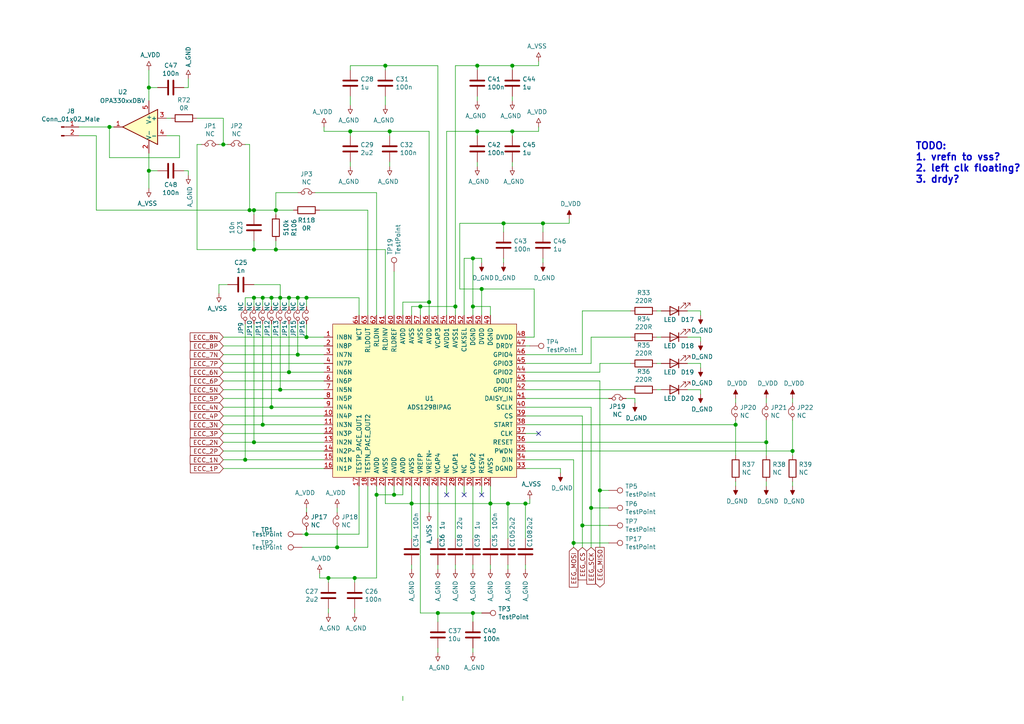
<source format=kicad_sch>
(kicad_sch (version 20210621) (generator eeschema)
  (paper "A4")
  (title_block (title "EEG analog to digital conversion") (rev "1.0") (company "MIT License"))
  (junction (at 31.75 36.83) (diameter 1.016))
  (junction (at 43.18 25.4) (diameter 1.016))
  (junction (at 43.18 49.53) (diameter 1.016))
  (junction (at 64.77 41.91) (diameter 1.016))
  (junction (at 71.12 133.35) (diameter 1.016))
  (junction (at 72.39 60.96) (diameter 1.016))
  (junction (at 73.66 60.96) (diameter 1.016))
  (junction (at 73.66 72.39) (diameter 1.016))
  (junction (at 73.66 86.36) (diameter 1.016))
  (junction (at 73.66 128.27) (diameter 1.016))
  (junction (at 76.2 86.36) (diameter 1.016))
  (junction (at 76.2 123.19) (diameter 1.016))
  (junction (at 78.74 86.36) (diameter 1.016))
  (junction (at 78.74 118.11) (diameter 1.016))
  (junction (at 80.01 60.96) (diameter 1.016))
  (junction (at 80.01 72.39) (diameter 1.016))
  (junction (at 81.28 86.36) (diameter 1.016))
  (junction (at 81.28 113.03) (diameter 1.016))
  (junction (at 83.82 86.36) (diameter 1.016))
  (junction (at 83.82 107.95) (diameter 1.016))
  (junction (at 86.36 86.36) (diameter 1.016))
  (junction (at 86.36 102.87) (diameter 1.016))
  (junction (at 88.9 86.36) (diameter 1.016))
  (junction (at 88.9 97.79) (diameter 1.016))
  (junction (at 88.9 154.94) (diameter 1.016))
  (junction (at 95.25 167.64) (diameter 1.016))
  (junction (at 97.79 158.75) (diameter 1.016))
  (junction (at 101.6 38.1) (diameter 1.016))
  (junction (at 102.87 167.64) (diameter 1.016))
  (junction (at 109.22 143.51) (diameter 1.016))
  (junction (at 111.76 19.05) (diameter 1.016))
  (junction (at 113.03 38.1) (diameter 1.016))
  (junction (at 114.3 143.51) (diameter 1.016))
  (junction (at 119.38 146.05) (diameter 1.016))
  (junction (at 121.92 88.9) (diameter 1.016))
  (junction (at 124.46 87.63) (diameter 1.016))
  (junction (at 127 177.8) (diameter 1.016))
  (junction (at 132.08 88.9) (diameter 1.016))
  (junction (at 137.16 74.93) (diameter 1.016))
  (junction (at 137.16 88.9) (diameter 1.016))
  (junction (at 137.16 177.8) (diameter 1.016))
  (junction (at 138.43 19.05) (diameter 1.016))
  (junction (at 138.43 38.1) (diameter 1.016))
  (junction (at 139.7 83.82) (diameter 1.016))
  (junction (at 142.24 146.05) (diameter 1.016))
  (junction (at 146.05 64.77) (diameter 1.016))
  (junction (at 147.32 146.05) (diameter 1.016))
  (junction (at 148.59 19.05) (diameter 1.016))
  (junction (at 148.59 38.1) (diameter 1.016))
  (junction (at 152.4 146.05) (diameter 1.016))
  (junction (at 157.48 64.77) (diameter 1.016))
  (junction (at 166.37 157.48) (diameter 1.016))
  (junction (at 168.91 152.4) (diameter 1.016))
  (junction (at 171.45 147.32) (diameter 1.016))
  (junction (at 173.99 142.24) (diameter 1.016))
  (junction (at 213.36 123.19) (diameter 1.016))
  (junction (at 222.25 128.27) (diameter 1.016))
  (junction (at 229.87 130.81) (diameter 1.016))
  (no_connect (at 129.54 143.51))
  (no_connect (at 134.62 143.51))
  (no_connect (at 139.7 143.51))
  (no_connect (at 156.21 125.73))
  (wire (pts (xy 22.86 39.37) (xy 27.94 39.37)))
  (wire (pts (xy 27.94 39.37) (xy 27.94 60.96)))
  (wire (pts (xy 27.94 60.96) (xy 72.39 60.96)))
  (wire (pts (xy 31.75 36.83) (xy 22.86 36.83)))
  (wire (pts (xy 31.75 36.83) (xy 33.02 36.83)))
  (wire (pts (xy 31.75 45.72) (xy 31.75 36.83)))
  (wire (pts (xy 43.18 25.4) (xy 43.18 20.32)))
  (wire (pts (xy 43.18 29.21) (xy 43.18 25.4)))
  (wire (pts (xy 43.18 49.53) (xy 43.18 44.45)))
  (wire (pts (xy 43.18 54.61) (xy 43.18 49.53)))
  (wire (pts (xy 45.72 25.4) (xy 43.18 25.4)))
  (wire (pts (xy 45.72 49.53) (xy 43.18 49.53)))
  (wire (pts (xy 48.26 34.29) (xy 49.53 34.29)))
  (wire (pts (xy 48.26 39.37) (xy 52.07 39.37)))
  (wire (pts (xy 52.07 39.37) (xy 52.07 45.72)))
  (wire (pts (xy 52.07 45.72) (xy 31.75 45.72)))
  (wire (pts (xy 53.34 25.4) (xy 54.61 25.4)))
  (wire (pts (xy 54.61 25.4) (xy 54.61 22.86)))
  (wire (pts (xy 54.61 49.53) (xy 53.34 49.53)))
  (wire (pts (xy 54.61 49.53) (xy 54.61 50.8)))
  (wire (pts (xy 57.15 34.29) (xy 64.77 34.29)))
  (wire (pts (xy 57.15 41.91) (xy 57.15 72.39)))
  (wire (pts (xy 57.15 72.39) (xy 73.66 72.39)))
  (wire (pts (xy 58.42 41.91) (xy 57.15 41.91)))
  (wire (pts (xy 63.5 41.91) (xy 64.77 41.91)))
  (wire (pts (xy 63.5 82.55) (xy 66.04 82.55)))
  (wire (pts (xy 63.5 85.09) (xy 63.5 82.55)))
  (wire (pts (xy 64.77 34.29) (xy 64.77 41.91)))
  (wire (pts (xy 64.77 41.91) (xy 66.04 41.91)))
  (wire (pts (xy 64.77 115.57) (xy 93.98 115.57)))
  (wire (pts (xy 71.12 41.91) (xy 72.39 41.91)))
  (wire (pts (xy 71.12 86.36) (xy 73.66 86.36)))
  (wire (pts (xy 71.12 88.9) (xy 71.12 86.36)))
  (wire (pts (xy 71.12 133.35) (xy 64.77 133.35)))
  (wire (pts (xy 71.12 133.35) (xy 71.12 93.98)))
  (wire (pts (xy 71.12 133.35) (xy 93.98 133.35)))
  (wire (pts (xy 72.39 41.91) (xy 72.39 60.96)))
  (wire (pts (xy 72.39 60.96) (xy 73.66 60.96)))
  (wire (pts (xy 73.66 60.96) (xy 80.01 60.96)))
  (wire (pts (xy 73.66 62.23) (xy 73.66 60.96)))
  (wire (pts (xy 73.66 69.85) (xy 73.66 72.39)))
  (wire (pts (xy 73.66 82.55) (xy 81.28 82.55)))
  (wire (pts (xy 73.66 86.36) (xy 76.2 86.36)))
  (wire (pts (xy 73.66 88.9) (xy 73.66 86.36)))
  (wire (pts (xy 73.66 128.27) (xy 64.77 128.27)))
  (wire (pts (xy 73.66 128.27) (xy 73.66 93.98)))
  (wire (pts (xy 73.66 128.27) (xy 93.98 128.27)))
  (wire (pts (xy 76.2 86.36) (xy 78.74 86.36)))
  (wire (pts (xy 76.2 88.9) (xy 76.2 86.36)))
  (wire (pts (xy 76.2 123.19) (xy 64.77 123.19)))
  (wire (pts (xy 76.2 123.19) (xy 76.2 93.98)))
  (wire (pts (xy 76.2 123.19) (xy 93.98 123.19)))
  (wire (pts (xy 78.74 86.36) (xy 81.28 86.36)))
  (wire (pts (xy 78.74 88.9) (xy 78.74 86.36)))
  (wire (pts (xy 78.74 118.11) (xy 64.77 118.11)))
  (wire (pts (xy 78.74 118.11) (xy 78.74 93.98)))
  (wire (pts (xy 78.74 118.11) (xy 93.98 118.11)))
  (wire (pts (xy 80.01 55.88) (xy 80.01 60.96)))
  (wire (pts (xy 80.01 60.96) (xy 85.09 60.96)))
  (wire (pts (xy 80.01 62.23) (xy 80.01 60.96)))
  (wire (pts (xy 80.01 69.85) (xy 80.01 72.39)))
  (wire (pts (xy 80.01 72.39) (xy 73.66 72.39)))
  (wire (pts (xy 81.28 82.55) (xy 81.28 86.36)))
  (wire (pts (xy 81.28 86.36) (xy 83.82 86.36)))
  (wire (pts (xy 81.28 88.9) (xy 81.28 86.36)))
  (wire (pts (xy 81.28 113.03) (xy 64.77 113.03)))
  (wire (pts (xy 81.28 113.03) (xy 81.28 93.98)))
  (wire (pts (xy 81.28 113.03) (xy 93.98 113.03)))
  (wire (pts (xy 83.82 86.36) (xy 86.36 86.36)))
  (wire (pts (xy 83.82 88.9) (xy 83.82 86.36)))
  (wire (pts (xy 83.82 107.95) (xy 64.77 107.95)))
  (wire (pts (xy 83.82 107.95) (xy 83.82 93.98)))
  (wire (pts (xy 83.82 107.95) (xy 93.98 107.95)))
  (wire (pts (xy 86.36 55.88) (xy 80.01 55.88)))
  (wire (pts (xy 86.36 86.36) (xy 88.9 86.36)))
  (wire (pts (xy 86.36 88.9) (xy 86.36 86.36)))
  (wire (pts (xy 86.36 102.87) (xy 64.77 102.87)))
  (wire (pts (xy 86.36 102.87) (xy 86.36 93.98)))
  (wire (pts (xy 86.36 102.87) (xy 93.98 102.87)))
  (wire (pts (xy 88.9 86.36) (xy 88.9 88.9)))
  (wire (pts (xy 88.9 86.36) (xy 104.14 86.36)))
  (wire (pts (xy 88.9 97.79) (xy 64.77 97.79)))
  (wire (pts (xy 88.9 97.79) (xy 88.9 93.98)))
  (wire (pts (xy 88.9 97.79) (xy 93.98 97.79)))
  (wire (pts (xy 88.9 147.32) (xy 88.9 148.59)))
  (wire (pts (xy 88.9 153.67) (xy 88.9 154.94)))
  (wire (pts (xy 88.9 154.94) (xy 87.63 154.94)))
  (wire (pts (xy 91.44 55.88) (xy 109.22 55.88)))
  (wire (pts (xy 92.71 60.96) (xy 106.68 60.96)))
  (wire (pts (xy 92.71 166.37) (xy 92.71 167.64)))
  (wire (pts (xy 92.71 167.64) (xy 95.25 167.64)))
  (wire (pts (xy 93.98 38.1) (xy 93.98 36.83)))
  (wire (pts (xy 93.98 38.1) (xy 101.6 38.1)))
  (wire (pts (xy 93.98 100.33) (xy 64.77 100.33)))
  (wire (pts (xy 93.98 105.41) (xy 64.77 105.41)))
  (wire (pts (xy 93.98 110.49) (xy 64.77 110.49)))
  (wire (pts (xy 93.98 120.65) (xy 64.77 120.65)))
  (wire (pts (xy 93.98 125.73) (xy 64.77 125.73)))
  (wire (pts (xy 93.98 130.81) (xy 64.77 130.81)))
  (wire (pts (xy 93.98 135.89) (xy 64.77 135.89)))
  (wire (pts (xy 95.25 167.64) (xy 102.87 167.64)))
  (wire (pts (xy 95.25 168.91) (xy 95.25 167.64)))
  (wire (pts (xy 95.25 177.8) (xy 95.25 176.53)))
  (wire (pts (xy 97.79 148.59) (xy 97.79 147.32)))
  (wire (pts (xy 97.79 153.67) (xy 97.79 158.75)))
  (wire (pts (xy 97.79 158.75) (xy 87.63 158.75)))
  (wire (pts (xy 101.6 19.05) (xy 101.6 20.32)))
  (wire (pts (xy 101.6 27.94) (xy 101.6 30.48)))
  (wire (pts (xy 101.6 38.1) (xy 113.03 38.1)))
  (wire (pts (xy 101.6 39.37) (xy 101.6 38.1)))
  (wire (pts (xy 101.6 48.26) (xy 101.6 46.99)))
  (wire (pts (xy 102.87 167.64) (xy 109.22 167.64)))
  (wire (pts (xy 102.87 168.91) (xy 102.87 167.64)))
  (wire (pts (xy 102.87 177.8) (xy 102.87 176.53)))
  (wire (pts (xy 104.14 86.36) (xy 104.14 91.44)))
  (wire (pts (xy 104.14 140.97) (xy 104.14 154.94)))
  (wire (pts (xy 104.14 154.94) (xy 88.9 154.94)))
  (wire (pts (xy 106.68 60.96) (xy 106.68 91.44)))
  (wire (pts (xy 106.68 140.97) (xy 106.68 158.75)))
  (wire (pts (xy 106.68 158.75) (xy 97.79 158.75)))
  (wire (pts (xy 109.22 55.88) (xy 109.22 91.44)))
  (wire (pts (xy 109.22 140.97) (xy 109.22 143.51)))
  (wire (pts (xy 109.22 143.51) (xy 109.22 167.64)))
  (wire (pts (xy 111.76 19.05) (xy 101.6 19.05)))
  (wire (pts (xy 111.76 20.32) (xy 111.76 19.05)))
  (wire (pts (xy 111.76 27.94) (xy 111.76 30.48)))
  (wire (pts (xy 111.76 72.39) (xy 80.01 72.39)))
  (wire (pts (xy 111.76 72.39) (xy 111.76 91.44)))
  (wire (pts (xy 111.76 140.97) (xy 111.76 146.05)))
  (wire (pts (xy 113.03 39.37) (xy 113.03 38.1)))
  (wire (pts (xy 113.03 48.26) (xy 113.03 46.99)))
  (wire (pts (xy 114.3 91.44) (xy 114.3 78.74)))
  (wire (pts (xy 114.3 140.97) (xy 114.3 143.51)))
  (wire (pts (xy 114.3 143.51) (xy 109.22 143.51)))
  (wire (pts (xy 114.3 143.51) (xy 116.84 143.51)))
  (wire (pts (xy 116.84 87.63) (xy 116.84 91.44)))
  (wire (pts (xy 116.84 140.97) (xy 116.84 143.51)))
  (wire (pts (xy 116.84 203.2) (xy 116.84 201.93)))
  (wire (pts (xy 116.84 219.71) (xy 116.84 215.9)))
  (wire (pts (xy 119.38 88.9) (xy 121.92 88.9)))
  (wire (pts (xy 119.38 91.44) (xy 119.38 88.9)))
  (wire (pts (xy 119.38 140.97) (xy 119.38 146.05)))
  (wire (pts (xy 119.38 146.05) (xy 111.76 146.05)))
  (wire (pts (xy 119.38 146.05) (xy 119.38 156.21)))
  (wire (pts (xy 119.38 146.05) (xy 142.24 146.05)))
  (wire (pts (xy 119.38 165.1) (xy 119.38 163.83)))
  (wire (pts (xy 121.92 88.9) (xy 121.92 91.44)))
  (wire (pts (xy 121.92 88.9) (xy 132.08 88.9)))
  (wire (pts (xy 121.92 140.97) (xy 121.92 177.8)))
  (wire (pts (xy 121.92 177.8) (xy 127 177.8)))
  (wire (pts (xy 124.46 38.1) (xy 113.03 38.1)))
  (wire (pts (xy 124.46 38.1) (xy 124.46 87.63)))
  (wire (pts (xy 124.46 87.63) (xy 116.84 87.63)))
  (wire (pts (xy 124.46 87.63) (xy 124.46 91.44)))
  (wire (pts (xy 124.46 140.97) (xy 124.46 148.59)))
  (wire (pts (xy 127 19.05) (xy 111.76 19.05)))
  (wire (pts (xy 127 91.44) (xy 127 19.05)))
  (wire (pts (xy 127 140.97) (xy 127 156.21)))
  (wire (pts (xy 127 165.1) (xy 127 163.83)))
  (wire (pts (xy 127 177.8) (xy 127 180.34)))
  (wire (pts (xy 127 177.8) (xy 137.16 177.8)))
  (wire (pts (xy 127 189.23) (xy 127 187.96)))
  (wire (pts (xy 129.54 38.1) (xy 138.43 38.1)))
  (wire (pts (xy 129.54 91.44) (xy 129.54 38.1)))
  (wire (pts (xy 129.54 140.97) (xy 129.54 143.51)))
  (wire (pts (xy 132.08 19.05) (xy 132.08 88.9)))
  (wire (pts (xy 132.08 19.05) (xy 138.43 19.05)))
  (wire (pts (xy 132.08 88.9) (xy 132.08 91.44)))
  (wire (pts (xy 132.08 140.97) (xy 132.08 156.21)))
  (wire (pts (xy 132.08 165.1) (xy 132.08 163.83)))
  (wire (pts (xy 133.35 64.77) (xy 146.05 64.77)))
  (wire (pts (xy 133.35 83.82) (xy 133.35 64.77)))
  (wire (pts (xy 134.62 74.93) (xy 137.16 74.93)))
  (wire (pts (xy 134.62 91.44) (xy 134.62 74.93)))
  (wire (pts (xy 134.62 140.97) (xy 134.62 143.51)))
  (wire (pts (xy 137.16 74.93) (xy 139.7 74.93)))
  (wire (pts (xy 137.16 88.9) (xy 137.16 74.93)))
  (wire (pts (xy 137.16 88.9) (xy 137.16 91.44)))
  (wire (pts (xy 137.16 140.97) (xy 137.16 156.21)))
  (wire (pts (xy 137.16 165.1) (xy 137.16 163.83)))
  (wire (pts (xy 137.16 177.8) (xy 137.16 180.34)))
  (wire (pts (xy 137.16 177.8) (xy 139.7 177.8)))
  (wire (pts (xy 137.16 189.23) (xy 137.16 187.96)))
  (wire (pts (xy 138.43 19.05) (xy 148.59 19.05)))
  (wire (pts (xy 138.43 20.32) (xy 138.43 19.05)))
  (wire (pts (xy 138.43 29.21) (xy 138.43 27.94)))
  (wire (pts (xy 138.43 38.1) (xy 148.59 38.1)))
  (wire (pts (xy 138.43 39.37) (xy 138.43 38.1)))
  (wire (pts (xy 138.43 46.99) (xy 138.43 48.26)))
  (wire (pts (xy 139.7 74.93) (xy 139.7 76.2)))
  (wire (pts (xy 139.7 83.82) (xy 133.35 83.82)))
  (wire (pts (xy 139.7 83.82) (xy 139.7 91.44)))
  (wire (pts (xy 139.7 83.82) (xy 154.94 83.82)))
  (wire (pts (xy 139.7 140.97) (xy 139.7 143.51)))
  (wire (pts (xy 142.24 88.9) (xy 137.16 88.9)))
  (wire (pts (xy 142.24 91.44) (xy 142.24 88.9)))
  (wire (pts (xy 142.24 140.97) (xy 142.24 146.05)))
  (wire (pts (xy 142.24 146.05) (xy 142.24 156.21)))
  (wire (pts (xy 142.24 146.05) (xy 147.32 146.05)))
  (wire (pts (xy 142.24 165.1) (xy 142.24 163.83)))
  (wire (pts (xy 146.05 64.77) (xy 157.48 64.77)))
  (wire (pts (xy 146.05 67.31) (xy 146.05 64.77)))
  (wire (pts (xy 146.05 76.2) (xy 146.05 74.93)))
  (wire (pts (xy 147.32 146.05) (xy 147.32 156.21)))
  (wire (pts (xy 147.32 146.05) (xy 152.4 146.05)))
  (wire (pts (xy 147.32 165.1) (xy 147.32 163.83)))
  (wire (pts (xy 148.59 19.05) (xy 156.21 19.05)))
  (wire (pts (xy 148.59 20.32) (xy 148.59 19.05)))
  (wire (pts (xy 148.59 29.21) (xy 148.59 27.94)))
  (wire (pts (xy 148.59 38.1) (xy 148.59 39.37)))
  (wire (pts (xy 148.59 38.1) (xy 156.21 38.1)))
  (wire (pts (xy 148.59 46.99) (xy 148.59 48.26)))
  (wire (pts (xy 152.4 97.79) (xy 154.94 97.79)))
  (wire (pts (xy 152.4 100.33) (xy 153.67 100.33)))
  (wire (pts (xy 152.4 102.87) (xy 168.91 102.87)))
  (wire (pts (xy 152.4 105.41) (xy 171.45 105.41)))
  (wire (pts (xy 152.4 107.95) (xy 173.99 107.95)))
  (wire (pts (xy 152.4 113.03) (xy 182.88 113.03)))
  (wire (pts (xy 152.4 118.11) (xy 171.45 118.11)))
  (wire (pts (xy 152.4 123.19) (xy 213.36 123.19)))
  (wire (pts (xy 152.4 125.73) (xy 156.21 125.73)))
  (wire (pts (xy 152.4 128.27) (xy 222.25 128.27)))
  (wire (pts (xy 152.4 130.81) (xy 229.87 130.81)))
  (wire (pts (xy 152.4 133.35) (xy 166.37 133.35)))
  (wire (pts (xy 152.4 146.05) (xy 152.4 156.21)))
  (wire (pts (xy 152.4 146.05) (xy 153.67 146.05)))
  (wire (pts (xy 152.4 165.1) (xy 152.4 163.83)))
  (wire (pts (xy 153.67 146.05) (xy 153.67 144.78)))
  (wire (pts (xy 154.94 83.82) (xy 154.94 97.79)))
  (wire (pts (xy 156.21 19.05) (xy 156.21 17.78)))
  (wire (pts (xy 156.21 38.1) (xy 156.21 36.83)))
  (wire (pts (xy 157.48 64.77) (xy 157.48 67.31)))
  (wire (pts (xy 157.48 64.77) (xy 165.1 64.77)))
  (wire (pts (xy 157.48 76.2) (xy 157.48 74.93)))
  (wire (pts (xy 162.56 135.89) (xy 152.4 135.89)))
  (wire (pts (xy 162.56 137.16) (xy 162.56 135.89)))
  (wire (pts (xy 165.1 64.77) (xy 165.1 63.5)))
  (wire (pts (xy 166.37 133.35) (xy 166.37 157.48)))
  (wire (pts (xy 166.37 157.48) (xy 166.37 158.75)))
  (wire (pts (xy 168.91 102.87) (xy 168.91 90.17)))
  (wire (pts (xy 168.91 120.65) (xy 152.4 120.65)))
  (wire (pts (xy 168.91 152.4) (xy 168.91 120.65)))
  (wire (pts (xy 168.91 158.75) (xy 168.91 152.4)))
  (wire (pts (xy 171.45 105.41) (xy 171.45 97.79)))
  (wire (pts (xy 171.45 118.11) (xy 171.45 147.32)))
  (wire (pts (xy 171.45 147.32) (xy 171.45 158.75)))
  (wire (pts (xy 173.99 107.95) (xy 173.99 105.41)))
  (wire (pts (xy 173.99 110.49) (xy 152.4 110.49)))
  (wire (pts (xy 173.99 142.24) (xy 173.99 110.49)))
  (wire (pts (xy 173.99 158.75) (xy 173.99 142.24)))
  (wire (pts (xy 176.53 115.57) (xy 152.4 115.57)))
  (wire (pts (xy 176.53 142.24) (xy 173.99 142.24)))
  (wire (pts (xy 176.53 147.32) (xy 171.45 147.32)))
  (wire (pts (xy 176.53 152.4) (xy 168.91 152.4)))
  (wire (pts (xy 176.53 157.48) (xy 166.37 157.48)))
  (wire (pts (xy 182.88 90.17) (xy 168.91 90.17)))
  (wire (pts (xy 182.88 97.79) (xy 171.45 97.79)))
  (wire (pts (xy 182.88 105.41) (xy 173.99 105.41)))
  (wire (pts (xy 184.15 115.57) (xy 181.61 115.57)))
  (wire (pts (xy 184.15 115.57) (xy 184.15 116.84)))
  (wire (pts (xy 190.5 90.17) (xy 191.77 90.17)))
  (wire (pts (xy 190.5 97.79) (xy 191.77 97.79)))
  (wire (pts (xy 190.5 105.41) (xy 191.77 105.41)))
  (wire (pts (xy 190.5 113.03) (xy 191.77 113.03)))
  (wire (pts (xy 199.39 90.17) (xy 203.2 90.17)))
  (wire (pts (xy 199.39 97.79) (xy 203.2 97.79)))
  (wire (pts (xy 199.39 105.41) (xy 203.2 105.41)))
  (wire (pts (xy 199.39 113.03) (xy 203.2 113.03)))
  (wire (pts (xy 203.2 90.17) (xy 203.2 91.44)))
  (wire (pts (xy 203.2 97.79) (xy 203.2 99.06)))
  (wire (pts (xy 203.2 105.41) (xy 203.2 106.68)))
  (wire (pts (xy 203.2 113.03) (xy 203.2 114.3)))
  (wire (pts (xy 213.36 115.57) (xy 213.36 116.84)))
  (wire (pts (xy 213.36 121.92) (xy 213.36 123.19)))
  (wire (pts (xy 213.36 123.19) (xy 213.36 132.08)))
  (wire (pts (xy 213.36 139.7) (xy 213.36 140.97)))
  (wire (pts (xy 222.25 115.57) (xy 222.25 116.84)))
  (wire (pts (xy 222.25 121.92) (xy 222.25 128.27)))
  (wire (pts (xy 222.25 128.27) (xy 222.25 132.08)))
  (wire (pts (xy 222.25 139.7) (xy 222.25 140.97)))
  (wire (pts (xy 229.87 115.57) (xy 229.87 116.84)))
  (wire (pts (xy 229.87 121.92) (xy 229.87 130.81)))
  (wire (pts (xy 229.87 130.81) (xy 229.87 132.08)))
  (wire (pts (xy 229.87 139.7) (xy 229.87 140.97)))
  (text "TODO: \n1. vrefn to vss?\n2. left clk floating?\n3. drdy?" (at 265.43 53.34 0) (effects (font (size 2.0066 2.0066) (thickness 0.4013) bold) (justify left bottom)))
  (global_label "ECC_8N" (shape input) (at 64.77 97.79 180) (property "Intersheet References" "${INTERSHEET_REFS}" (effects hide)))
  (global_label "ECC_8P" (shape input) (at 64.77 100.33 180) (property "Intersheet References" "${INTERSHEET_REFS}" (effects hide)))
  (global_label "ECC_7N" (shape input) (at 64.77 102.87 180) (property "Intersheet References" "${INTERSHEET_REFS}" (effects hide)))
  (global_label "ECC_7P" (shape input) (at 64.77 105.41 180) (property "Intersheet References" "${INTERSHEET_REFS}" (effects hide)))
  (global_label "ECC_6N" (shape input) (at 64.77 107.95 180) (property "Intersheet References" "${INTERSHEET_REFS}" (effects hide)))
  (global_label "ECC_6P" (shape input) (at 64.77 110.49 180) (property "Intersheet References" "${INTERSHEET_REFS}" (effects hide)))
  (global_label "ECC_5N" (shape input) (at 64.77 113.03 180) (property "Intersheet References" "${INTERSHEET_REFS}" (effects hide)))
  (global_label "ECC_5P" (shape input) (at 64.77 115.57 180) (property "Intersheet References" "${INTERSHEET_REFS}" (effects hide)))
  (global_label "ECC_4N" (shape input) (at 64.77 118.11 180) (property "Intersheet References" "${INTERSHEET_REFS}" (effects hide)))
  (global_label "ECC_4P" (shape input) (at 64.77 120.65 180) (property "Intersheet References" "${INTERSHEET_REFS}" (effects hide)))
  (global_label "ECC_3N" (shape input) (at 64.77 123.19 180) (property "Intersheet References" "${INTERSHEET_REFS}" (effects hide)))
  (global_label "ECC_3P" (shape input) (at 64.77 125.73 180) (property "Intersheet References" "${INTERSHEET_REFS}" (effects hide)))
  (global_label "ECC_2N" (shape input) (at 64.77 128.27 180) (property "Intersheet References" "${INTERSHEET_REFS}" (effects hide)))
  (global_label "ECC_2P" (shape input) (at 64.77 130.81 180) (property "Intersheet References" "${INTERSHEET_REFS}" (effects hide)))
  (global_label "ECC_1N" (shape input) (at 64.77 133.35 180) (property "Intersheet References" "${INTERSHEET_REFS}" (effects hide)))
  (global_label "ECC_1P" (shape input) (at 64.77 135.89 180) (property "Intersheet References" "${INTERSHEET_REFS}" (effects hide)))
  (global_label "EEG_MOSI" (shape input) (at 166.37 158.75 270) (property "Intersheet References" "${INTERSHEET_REFS}" (effects hide)))
  (global_label "EEG_CS" (shape input) (at 168.91 158.75 270) (property "Intersheet References" "${INTERSHEET_REFS}" (effects hide)))
  (global_label "EEG_SCK" (shape input) (at 171.45 158.75 270) (property "Intersheet References" "${INTERSHEET_REFS}" (effects hide)))
  (global_label "EEG_MISO" (shape output) (at 173.99 158.75 270) (property "Intersheet References" "${INTERSHEET_REFS}" (effects hide)))
  (symbol (lib_id "Electroencephalograph:A_VDD") (at 43.18 20.32 0) (unit 1)
    (property "Reference" "#PWR96" (effects hide))
    (property "Value" "A_VDD" (at 43.6118 15.9258 0))
  )
  (symbol (lib_id "Electroencephalograph:A_VSS") (at 43.18 54.61 180) (unit 1)
    (property "Reference" "#PWR97" (effects hide))
    (property "Value" "A_VSS" (at 42.7228 59.0042 0))
  )
  (symbol (lib_id "Electroencephalograph:A_GND") (at 54.61 22.86 180) (unit 1)
    (property "Reference" "#PWR192" (effects hide))
    (property "Value" "A_GND" (at 54.61 16.51 90))
  )
  (symbol (lib_id "Electroencephalograph:A_GND") (at 54.61 50.8 0) (unit 1)
    (property "Reference" "#PWR195" (effects hide))
    (property "Value" "A_GND" (at 55.0418 54.0258 90) (effects (justify right)))
  )
  (symbol (lib_id "Electroencephalograph:A_VSS") (at 63.5 85.09 180) (unit 1)
    (property "Reference" "#PWR49" (effects hide))
    (property "Value" "A_VSS" (at 63.0428 89.4842 0))
  )
  (symbol (lib_id "Electroencephalograph:A_VDD") (at 88.9 147.32 0) (mirror y) (unit 1)
    (property "Reference" "#PWR50" (effects hide))
    (property "Value" "A_VDD" (at 88.4682 142.9258 0))
  )
  (symbol (lib_id "Electroencephalograph:A_VDD") (at 92.71 166.37 0) (unit 1)
    (property "Reference" "#PWR51" (effects hide))
    (property "Value" "A_VDD" (at 93.1418 161.9758 0))
  )
  (symbol (lib_id "Electroencephalograph:A_VDD") (at 93.98 36.83 0) (mirror y) (unit 1)
    (property "Reference" "#PWR52" (effects hide))
    (property "Value" "A_VDD" (at 93.5482 32.4358 0))
  )
  (symbol (lib_id "Electroencephalograph:A_GND") (at 95.25 177.8 0) (unit 1)
    (property "Reference" "#PWR53" (effects hide))
    (property "Value" "A_GND" (at 95.6818 182.1942 0))
  )
  (symbol (lib_id "Electroencephalograph:A_VDD") (at 97.79 147.32 0) (mirror y) (unit 1)
    (property "Reference" "#PWR54" (effects hide))
    (property "Value" "A_VDD" (at 97.3582 142.9258 0))
  )
  (symbol (lib_id "Electroencephalograph:A_GND") (at 101.6 30.48 0) (mirror y) (unit 1)
    (property "Reference" "#PWR55" (effects hide))
    (property "Value" "A_GND" (at 101.1682 34.8742 0))
  )
  (symbol (lib_id "Electroencephalograph:A_GND") (at 101.6 48.26 0) (mirror y) (unit 1)
    (property "Reference" "#PWR56" (effects hide))
    (property "Value" "A_GND" (at 101.1682 52.6542 0))
  )
  (symbol (lib_id "Electroencephalograph:A_GND") (at 102.87 177.8 0) (unit 1)
    (property "Reference" "#PWR59" (effects hide))
    (property "Value" "A_GND" (at 103.3018 182.1942 0))
  )
  (symbol (lib_id "Electroencephalograph:A_GND") (at 111.76 30.48 0) (mirror y) (unit 1)
    (property "Reference" "#PWR60" (effects hide))
    (property "Value" "A_GND" (at 111.3282 34.8742 0))
  )
  (symbol (lib_id "Electroencephalograph:A_GND") (at 113.03 48.26 0) (mirror y) (unit 1)
    (property "Reference" "#PWR61" (effects hide))
    (property "Value" "A_GND" (at 112.5982 52.6542 0))
  )
  (symbol (lib_id "Electroencephalograph:A_GND") (at 119.38 165.1 0) (unit 1)
    (property "Reference" "#PWR62" (effects hide))
    (property "Value" "A_GND" (at 119.38 171.45 90))
  )
  (symbol (lib_id "Electroencephalograph:A_VSS") (at 124.46 148.59 180) (unit 1)
    (property "Reference" "#PWR63" (effects hide))
    (property "Value" "A_VSS" (at 124.46 154.94 90))
  )
  (symbol (lib_id "Electroencephalograph:A_GND") (at 127 165.1 0) (unit 1)
    (property "Reference" "#PWR65" (effects hide))
    (property "Value" "A_GND" (at 127 171.45 90))
  )
  (symbol (lib_id "Electroencephalograph:A_GND") (at 127 189.23 0) (unit 1)
    (property "Reference" "#PWR66" (effects hide))
    (property "Value" "A_GND" (at 127.4318 193.6242 0))
  )
  (symbol (lib_id "Electroencephalograph:A_GND") (at 132.08 165.1 0) (unit 1)
    (property "Reference" "#PWR67" (effects hide))
    (property "Value" "A_GND" (at 132.08 171.45 90))
  )
  (symbol (lib_id "Electroencephalograph:A_GND") (at 137.16 165.1 0) (unit 1)
    (property "Reference" "#PWR68" (effects hide))
    (property "Value" "A_GND" (at 137.16 171.45 90))
  )
  (symbol (lib_id "Electroencephalograph:A_GND") (at 137.16 189.23 0) (unit 1)
    (property "Reference" "#PWR69" (effects hide))
    (property "Value" "A_GND" (at 137.5918 193.6242 0))
  )
  (symbol (lib_id "Electroencephalograph:A_GND") (at 138.43 29.21 0) (mirror y) (unit 1)
    (property "Reference" "#PWR70" (effects hide))
    (property "Value" "A_GND" (at 137.9982 33.6042 0))
  )
  (symbol (lib_id "Electroencephalograph:A_GND") (at 138.43 48.26 0) (unit 1)
    (property "Reference" "#PWR71" (effects hide))
    (property "Value" "A_GND" (at 138.8618 52.6542 0))
  )
  (symbol (lib_id "Electroencephalograph:D_GND") (at 139.7 76.2 0) (unit 1)
    (property "Reference" "#PWR72" (effects hide))
    (property "Value" "D_GND" (at 140.1318 80.5942 0))
  )
  (symbol (lib_id "Electroencephalograph:A_GND") (at 142.24 165.1 0) (unit 1)
    (property "Reference" "#PWR73" (effects hide))
    (property "Value" "A_GND" (at 142.24 171.45 90))
  )
  (symbol (lib_id "Electroencephalograph:D_GND") (at 146.05 76.2 0) (unit 1)
    (property "Reference" "#PWR74" (effects hide))
    (property "Value" "D_GND" (at 146.4818 80.5942 0))
  )
  (symbol (lib_id "Electroencephalograph:A_GND") (at 147.32 165.1 0) (unit 1)
    (property "Reference" "#PWR75" (effects hide))
    (property "Value" "A_GND" (at 147.32 171.45 90))
  )
  (symbol (lib_id "Electroencephalograph:A_GND") (at 148.59 29.21 0) (mirror y) (unit 1)
    (property "Reference" "#PWR76" (effects hide))
    (property "Value" "A_GND" (at 148.1582 33.6042 0))
  )
  (symbol (lib_id "Electroencephalograph:A_GND") (at 148.59 48.26 0) (unit 1)
    (property "Reference" "#PWR77" (effects hide))
    (property "Value" "A_GND" (at 149.0218 52.6542 0))
  )
  (symbol (lib_id "Electroencephalograph:A_GND") (at 152.4 165.1 0) (unit 1)
    (property "Reference" "#PWR78" (effects hide))
    (property "Value" "A_GND" (at 152.4 171.45 90))
  )
  (symbol (lib_id "Electroencephalograph:A_VSS") (at 153.67 144.78 0) (unit 1)
    (property "Reference" "#PWR79" (effects hide))
    (property "Value" "A_VSS" (at 154.1272 140.3858 0))
  )
  (symbol (lib_id "Electroencephalograph:A_VSS") (at 156.21 17.78 0) (mirror y) (unit 1)
    (property "Reference" "#PWR80" (effects hide))
    (property "Value" "A_VSS" (at 155.7528 13.3858 0))
  )
  (symbol (lib_id "Electroencephalograph:A_VDD") (at 156.21 36.83 0) (mirror y) (unit 1)
    (property "Reference" "#PWR81" (effects hide))
    (property "Value" "A_VDD" (at 155.7782 32.4358 0))
  )
  (symbol (lib_id "Electroencephalograph:D_GND") (at 157.48 76.2 0) (unit 1)
    (property "Reference" "#PWR82" (effects hide))
    (property "Value" "D_GND" (at 157.9118 80.5942 0))
  )
  (symbol (lib_id "Electroencephalograph:D_GND") (at 162.56 137.16 0) (unit 1)
    (property "Reference" "#PWR83" (effects hide))
    (property "Value" "D_GND" (at 162.9918 141.5542 0))
  )
  (symbol (lib_id "Electroencephalograph:D_VDD") (at 165.1 63.5 0) (unit 1)
    (property "Reference" "#PWR84" (effects hide))
    (property "Value" "D_VDD" (at 165.5318 59.1058 0))
  )
  (symbol (lib_id "Electroencephalograph:D_GND") (at 184.15 116.84 0) (unit 1)
    (property "Reference" "#PWR85" (effects hide))
    (property "Value" "D_GND" (at 184.5818 121.2342 0))
  )
  (symbol (lib_id "Electroencephalograph:D_GND") (at 203.2 91.44 0) (unit 1)
    (property "Reference" "#PWR86" (effects hide))
    (property "Value" "D_GND" (at 203.6318 95.8342 0))
  )
  (symbol (lib_id "Electroencephalograph:D_GND") (at 203.2 99.06 0) (unit 1)
    (property "Reference" "#PWR87" (effects hide))
    (property "Value" "D_GND" (at 203.6318 103.4542 0))
  )
  (symbol (lib_id "Electroencephalograph:D_GND") (at 203.2 106.68 0) (unit 1)
    (property "Reference" "#PWR88" (effects hide))
    (property "Value" "D_GND" (at 203.6318 111.0742 0))
  )
  (symbol (lib_id "Electroencephalograph:D_GND") (at 203.2 114.3 0) (unit 1)
    (property "Reference" "#PWR89" (effects hide))
    (property "Value" "D_GND" (at 203.6318 118.6942 0))
  )
  (symbol (lib_id "Electroencephalograph:D_VDD") (at 213.36 115.57 0) (unit 1)
    (property "Reference" "#PWR90" (effects hide))
    (property "Value" "D_VDD" (at 213.7918 111.1758 0))
  )
  (symbol (lib_id "Electroencephalograph:D_GND") (at 213.36 140.97 0) (unit 1)
    (property "Reference" "#PWR91" (effects hide))
    (property "Value" "D_GND" (at 213.7918 145.3642 0))
  )
  (symbol (lib_id "Electroencephalograph:D_VDD") (at 222.25 115.57 0) (unit 1)
    (property "Reference" "#PWR92" (effects hide))
    (property "Value" "D_VDD" (at 222.6818 111.1758 0))
  )
  (symbol (lib_id "Electroencephalograph:D_GND") (at 222.25 140.97 0) (unit 1)
    (property "Reference" "#PWR93" (effects hide))
    (property "Value" "D_GND" (at 222.6818 145.3642 0))
  )
  (symbol (lib_id "Electroencephalograph:D_VDD") (at 229.87 115.57 0) (unit 1)
    (property "Reference" "#PWR94" (effects hide))
    (property "Value" "D_VDD" (at 230.3018 111.1758 0))
  )
  (symbol (lib_id "Electroencephalograph:D_GND") (at 229.87 140.97 0) (unit 1)
    (property "Reference" "#PWR95" (effects hide))
    (property "Value" "D_GND" (at 230.3018 145.3642 0))
  )
  (symbol (lib_id "Connector:TestPoint") (at 87.63 154.94 90) (unit 1)
    (property "Reference" "TP1" (at 77.47 153.67 90))
    (property "Value" "TestPoint" (at 77.47 154.94 90))
    (property "Footprint" "TestPoint:TestPoint_Pad_D1.0mm" (effects hide))
  )
  (symbol (lib_id "Connector:TestPoint") (at 87.63 158.75 90) (unit 1)
    (property "Reference" "TP2" (at 77.47 157.48 90))
    (property "Value" "TestPoint" (at 77.47 158.75 90))
    (property "Footprint" "TestPoint:TestPoint_Pad_D1.0mm" (effects hide))
  )
  (symbol (lib_id "Connector:TestPoint") (at 114.3 78.74 0) (unit 1)
    (property "Reference" "TP19" (at 113.1316 73.9648 90) (effects (justify left)))
    (property "Value" "TestPoint" (at 115.443 73.9648 90) (effects (justify left)))
    (property "Footprint" "TestPoint:TestPoint_Pad_D1.0mm" (effects hide))
  )
  (symbol (lib_id "Connector:TestPoint") (at 139.7 177.8 270) (unit 1)
    (property "Reference" "TP3" (at 144.4752 176.6316 90) (effects (justify left)))
    (property "Value" "TestPoint" (at 144.4752 178.943 90) (effects (justify left)))
    (property "Footprint" "TestPoint:TestPoint_Pad_D1.0mm" (effects hide))
  )
  (symbol (lib_id "Connector:TestPoint") (at 153.67 100.33 270) (unit 1)
    (property "Reference" "TP4" (at 158.4452 99.1616 90) (effects (justify left)))
    (property "Value" "TestPoint" (at 158.4452 101.473 90) (effects (justify left)))
    (property "Footprint" "TestPoint:TestPoint_Pad_D1.0mm" (effects hide))
  )
  (symbol (lib_id "Connector:TestPoint") (at 176.53 142.24 270) (unit 1)
    (property "Reference" "TP5" (at 181.3052 141.0716 90) (effects (justify left)))
    (property "Value" "TestPoint" (at 181.3052 143.383 90) (effects (justify left)))
    (property "Footprint" "TestPoint:TestPoint_Pad_D1.0mm" (effects hide))
  )
  (symbol (lib_id "Connector:TestPoint") (at 176.53 147.32 270) (unit 1)
    (property "Reference" "TP6" (at 181.3052 146.1516 90) (effects (justify left)))
    (property "Value" "TestPoint" (at 181.3052 148.463 90) (effects (justify left)))
    (property "Footprint" "TestPoint:TestPoint_Pad_D1.0mm" (effects hide))
  )
  (symbol (lib_id "Connector:TestPoint") (at 176.53 152.4 270) (unit 1)
    (property "Reference" "TP7" (at 181.3052 151.2316 90) (effects (justify left)))
    (property "Value" "TestPoint" (at 181.3052 153.543 90) (effects (justify left)))
    (property "Footprint" "TestPoint:TestPoint_Pad_D1.0mm" (effects hide))
  )
  (symbol (lib_id "Connector:TestPoint") (at 176.53 157.48 270) (unit 1)
    (property "Reference" "TP17" (at 181.3052 156.3116 90) (effects (justify left)))
    (property "Value" "TestPoint" (at 181.3052 158.623 90) (effects (justify left)))
    (property "Footprint" "TestPoint:TestPoint_Pad_D1.0mm" (effects hide))
  )
  (symbol (lib_id "Device:Jumper_NC_Small") (at 60.96 41.91 0) (mirror y)
    (property "Reference" "JP1" (at 60.96 36.5252 0))
    (property "Value" "NC" (at 60.96 38.8366 0))
    (property "Footprint" "Jumper:SolderJumper-2_P1.3mm_Bridged_Pad1.0x1.5mm" (effects hide))
  )
  (symbol (lib_id "Device:Jumper_NC_Small") (at 68.58 41.91 0) (mirror y)
    (property "Reference" "JP2" (at 68.58 36.5252 0))
    (property "Value" "NC" (at 68.58 38.8366 0))
    (property "Footprint" "Jumper:SolderJumper-2_P1.3mm_Bridged_Pad1.0x1.5mm" (effects hide))
  )
  (symbol (lib_id "Device:Jumper_NC_Small") (at 71.12 91.44 90) (mirror x)
    (property "Reference" "JP9" (at 69.85 95.25 0))
    (property "Value" "NC" (at 69.85 88.9 0))
    (property "Footprint" "Jumper:SolderJumper-2_P1.3mm_Bridged_Pad1.0x1.5mm" (effects hide))
  )
  (symbol (lib_id "Device:Jumper_NC_Small") (at 73.66 91.44 90) (mirror x)
    (property "Reference" "JP10" (at 72.39 95.25 0))
    (property "Value" "NC" (at 72.39 88.9 0))
    (property "Footprint" "Jumper:SolderJumper-2_P1.3mm_Bridged_Pad1.0x1.5mm" (effects hide))
  )
  (symbol (lib_id "Device:Jumper_NC_Small") (at 76.2 91.44 90) (mirror x)
    (property "Reference" "JP11" (at 74.93 95.25 0))
    (property "Value" "NC" (at 74.93 88.9 0))
    (property "Footprint" "Jumper:SolderJumper-2_P1.3mm_Bridged_Pad1.0x1.5mm" (effects hide))
  )
  (symbol (lib_id "Device:Jumper_NC_Small") (at 78.74 91.44 90) (mirror x)
    (property "Reference" "JP12" (at 77.47 95.25 0))
    (property "Value" "NC" (at 77.47 88.9 0))
    (property "Footprint" "Jumper:SolderJumper-2_P1.3mm_Bridged_Pad1.0x1.5mm" (effects hide))
  )
  (symbol (lib_id "Device:Jumper_NC_Small") (at 81.28 91.44 90) (mirror x)
    (property "Reference" "JP13" (at 80.01 95.25 0))
    (property "Value" "NC" (at 80.01 88.9 0))
    (property "Footprint" "Jumper:SolderJumper-2_P1.3mm_Bridged_Pad1.0x1.5mm" (effects hide))
  )
  (symbol (lib_id "Device:Jumper_NC_Small") (at 83.82 91.44 90) (mirror x)
    (property "Reference" "JP14" (at 82.55 95.25 0))
    (property "Value" "NC" (at 82.55 88.9 0))
    (property "Footprint" "Jumper:SolderJumper-2_P1.3mm_Bridged_Pad1.0x1.5mm" (effects hide))
  )
  (symbol (lib_id "Device:Jumper_NC_Small") (at 86.36 91.44 90) (mirror x)
    (property "Reference" "JP15" (at 85.09 95.25 0))
    (property "Value" "NC" (at 85.09 88.9 0))
    (property "Footprint" "Jumper:SolderJumper-2_P1.3mm_Bridged_Pad1.0x1.5mm" (effects hide))
  )
  (symbol (lib_id "Device:Jumper_NC_Small") (at 88.9 55.88 0) (mirror y)
    (property "Reference" "JP3" (at 88.9 50.4952 0))
    (property "Value" "NC" (at 88.9 52.8066 0))
    (property "Footprint" "Jumper:SolderJumper-2_P1.3mm_Bridged_Pad1.0x1.5mm" (effects hide))
  )
  (symbol (lib_id "Device:Jumper_NC_Small") (at 88.9 91.44 90) (mirror x)
    (property "Reference" "JP16" (at 87.63 95.25 0))
    (property "Value" "NC" (at 87.63 88.9 0))
    (property "Footprint" "Jumper:SolderJumper-2_P1.3mm_Bridged_Pad1.0x1.5mm" (effects hide))
  )
  (symbol (lib_id "Device:Jumper_NC_Small") (at 88.9 151.13 90) (mirror x)
    (property "Reference" "JP17" (at 90.1192 149.9616 90) (effects (justify right)))
    (property "Value" "NC" (at 90.1192 152.273 90) (effects (justify right)))
    (property "Footprint" "Jumper:SolderJumper-2_P1.3mm_Bridged_Pad1.0x1.5mm" (effects hide))
  )
  (symbol (lib_id "Device:Jumper_NC_Small") (at 97.79 151.13 90) (mirror x)
    (property "Reference" "JP18" (at 99.0092 149.9616 90) (effects (justify right)))
    (property "Value" "NC" (at 99.0092 152.273 90) (effects (justify right)))
    (property "Footprint" "Jumper:SolderJumper-2_P1.3mm_Bridged_Pad1.0x1.5mm" (effects hide))
  )
  (symbol (lib_id "Device:Jumper_NC_Small") (at 179.07 115.57 0) (mirror y)
    (property "Reference" "JP19" (at 179.07 117.9068 0))
    (property "Value" "NC" (at 179.07 120.2182 0))
    (property "Footprint" "Jumper:SolderJumper-2_P1.3mm_Bridged_Pad1.0x1.5mm" (effects hide))
  )
  (symbol (lib_id "Device:Jumper_NC_Small") (at 213.36 119.38 90) (mirror x)
    (property "Reference" "JP20" (at 214.5792 118.2116 90) (effects (justify right)))
    (property "Value" "NC" (at 214.5792 120.523 90) (effects (justify right)))
    (property "Footprint" "Jumper:SolderJumper-2_P1.3mm_Bridged_Pad1.0x1.5mm" (effects hide))
  )
  (symbol (lib_id "Device:Jumper_NC_Small") (at 222.25 119.38 90) (mirror x)
    (property "Reference" "JP21" (at 223.4692 118.2116 90) (effects (justify right)))
    (property "Value" "NC" (at 223.4692 120.523 90) (effects (justify right)))
    (property "Footprint" "Jumper:SolderJumper-2_P1.3mm_Bridged_Pad1.0x1.5mm" (effects hide))
  )
  (symbol (lib_id "Device:Jumper_NC_Small") (at 229.87 119.38 90) (mirror x)
    (property "Reference" "JP22" (at 231.0892 118.2116 90) (effects (justify right)))
    (property "Value" "NC" (at 231.0892 120.523 90) (effects (justify right)))
    (property "Footprint" "Jumper:SolderJumper-2_P1.3mm_Bridged_Pad1.0x1.5mm" (effects hide))
  )
  (symbol (lib_id "Connector:Conn_01x02_Male") (at 17.78 36.83 0) (unit 1)
    (property "Reference" "J8" (at 20.5232 32.2326 0))
    (property "Value" "Conn_01x02_Male" (at 20.5232 34.544 0))
    (property "Footprint" "Connector_PinHeader_2.54mm:PinHeader_1x02_P2.54mm_Vertical" (effects hide))
  )
  (symbol (lib_id "Device:R") (at 53.34 34.29 270)
    (property "Reference" "R72" (at 53.34 29.0322 90))
    (property "Value" "0R" (at 53.34 31.3436 90))
    (property "Footprint" "Resistor_SMD:R_0402_1005Metric" (effects hide))
  )
  (symbol (lib_id "Device:R") (at 80.01 66.04 180)
    (property "Reference" "R106" (at 85.2678 66.04 90))
    (property "Value" "510k" (at 82.9564 66.04 90))
    (property "Footprint" "Resistor_SMD:R_0402_1005Metric" (effects hide))
  )
  (symbol (lib_id "Device:R") (at 88.9 60.96 90)
    (property "Reference" "R118" (at 88.9 63.881 90))
    (property "Value" "0R" (at 88.9 66.1924 90))
    (property "Footprint" "Resistor_SMD:R_0402_1005Metric" (effects hide))
  )
  (symbol (lib_id "Device:R") (at 186.69 90.17 270)
    (property "Reference" "R33" (at 186.69 84.9122 90))
    (property "Value" "220R" (at 186.69 87.2236 90))
    (property "Footprint" "Resistor_SMD:R_0402_1005Metric" (effects hide))
  )
  (symbol (lib_id "Device:R") (at 186.69 97.79 270)
    (property "Reference" "R34" (at 186.69 92.5322 90))
    (property "Value" "220R" (at 186.69 94.8436 90))
    (property "Footprint" "Resistor_SMD:R_0402_1005Metric" (effects hide))
  )
  (symbol (lib_id "Device:R") (at 186.69 105.41 270)
    (property "Reference" "R35" (at 186.69 100.1522 90))
    (property "Value" "220R" (at 186.69 102.4636 90))
    (property "Footprint" "Resistor_SMD:R_0402_1005Metric" (effects hide))
  )
  (symbol (lib_id "Device:R") (at 186.69 113.03 270)
    (property "Reference" "R36" (at 186.69 107.7722 90))
    (property "Value" "220R" (at 186.69 110.0836 90))
    (property "Footprint" "Resistor_SMD:R_0402_1005Metric" (effects hide))
  )
  (symbol (lib_id "Device:R") (at 213.36 135.89 180)
    (property "Reference" "R37" (at 215.138 134.7216 0) (effects (justify right)))
    (property "Value" "NC" (at 215.138 137.033 0) (effects (justify right)))
    (property "Footprint" "Resistor_SMD:R_0402_1005Metric" (effects hide))
  )
  (symbol (lib_id "Device:R") (at 222.25 135.89 180)
    (property "Reference" "R38" (at 224.028 134.7216 0) (effects (justify right)))
    (property "Value" "NC" (at 224.028 137.033 0) (effects (justify right)))
    (property "Footprint" "Resistor_SMD:R_0402_1005Metric" (effects hide))
  )
  (symbol (lib_id "Device:R") (at 229.87 135.89 180)
    (property "Reference" "R39" (at 231.648 134.7216 0) (effects (justify right)))
    (property "Value" "NC" (at 231.648 137.033 0) (effects (justify right)))
    (property "Footprint" "Resistor_SMD:R_0402_1005Metric" (effects hide))
  )
  (symbol (lib_id "Device:LED") (at 195.58 90.17 180) (unit 1)
    (property "Reference" "D17" (at 199.39 92.71 0))
    (property "Value" "LED" (at 194.31 92.71 0))
    (property "Footprint" "LED_SMD:LED_0402_1005Metric" (effects hide))
  )
  (symbol (lib_id "Device:LED") (at 195.58 97.79 180) (unit 1)
    (property "Reference" "D18" (at 199.39 100.33 0))
    (property "Value" "LED" (at 194.31 100.33 0))
    (property "Footprint" "LED_SMD:LED_0402_1005Metric" (effects hide))
  )
  (symbol (lib_id "Device:LED") (at 195.58 105.41 180) (unit 1)
    (property "Reference" "D19" (at 199.39 107.95 0))
    (property "Value" "LED" (at 194.31 107.95 0))
    (property "Footprint" "LED_SMD:LED_0402_1005Metric" (effects hide))
  )
  (symbol (lib_id "Device:LED") (at 195.58 113.03 180) (unit 1)
    (property "Reference" "D20" (at 199.39 115.57 0))
    (property "Value" "LED" (at 194.31 115.57 0))
    (property "Footprint" "LED_SMD:LED_0402_1005Metric" (effects hide))
  )
  (symbol (lib_id "Device:C") (at 49.53 25.4 90)
    (property "Reference" "C47" (at 49.53 18.9992 90))
    (property "Value" "100n" (at 49.53 21.3106 90))
    (property "Footprint" "Capacitor_SMD:C_0402_1005Metric" (effects hide))
  )
  (symbol (lib_id "Device:C") (at 49.53 49.53 90)
    (property "Reference" "C48" (at 49.53 53.594 90))
    (property "Value" "100n" (at 49.53 55.9054 90))
    (property "Footprint" "Capacitor_SMD:C_0402_1005Metric" (effects hide))
  )
  (symbol (lib_id "Device:C") (at 69.85 82.55 270)
    (property "Reference" "C25" (at 69.85 76.1492 90))
    (property "Value" "1n" (at 69.85 78.4606 90))
    (property "Footprint" "Capacitor_SMD:C_0402_1005Metric" (effects hide))
  )
  (symbol (lib_id "Device:C") (at 73.66 66.04 0)
    (property "Reference" "C23" (at 69.596 66.04 90))
    (property "Value" "10n" (at 67.2846 66.04 90))
    (property "Footprint" "Capacitor_SMD:C_0402_1005Metric" (effects hide))
  )
  (symbol (lib_id "Device:C") (at 95.25 172.72 0)
    (property "Reference" "C27" (at 92.3544 171.5516 0) (effects (justify right)))
    (property "Value" "2u2" (at 92.3544 173.863 0) (effects (justify right)))
    (property "Footprint" "Capacitor_SMD:C_0402_1005Metric" (effects hide))
  )
  (symbol (lib_id "Device:C") (at 101.6 24.13 0)
    (property "Reference" "C28" (at 104.521 22.9616 0) (effects (justify left)))
    (property "Value" "1u" (at 104.521 25.273 0) (effects (justify left)))
    (property "Footprint" "Capacitor_SMD:C_0402_1005Metric" (effects hide))
  )
  (symbol (lib_id "Device:C") (at 101.6 43.18 180)
    (property "Reference" "C29" (at 104.521 42.0116 0) (effects (justify right)))
    (property "Value" "2u2" (at 104.521 44.323 0) (effects (justify right)))
    (property "Footprint" "Capacitor_SMD:C_0402_1005Metric" (effects hide))
  )
  (symbol (lib_id "Device:C") (at 102.87 172.72 180)
    (property "Reference" "C26" (at 105.791 171.5516 0) (effects (justify right)))
    (property "Value" "100n" (at 105.791 173.863 0) (effects (justify right)))
    (property "Footprint" "Capacitor_SMD:C_0402_1005Metric" (effects hide))
  )
  (symbol (lib_id "Device:C") (at 111.76 24.13 0)
    (property "Reference" "C31" (at 114.681 22.9616 0) (effects (justify left)))
    (property "Value" "100n" (at 114.681 25.273 0) (effects (justify left)))
    (property "Footprint" "Capacitor_SMD:C_0402_1005Metric" (effects hide))
  )
  (symbol (lib_id "Device:C") (at 113.03 43.18 180)
    (property "Reference" "C32" (at 115.951 42.0116 0) (effects (justify right)))
    (property "Value" "100n" (at 115.951 44.323 0) (effects (justify right)))
    (property "Footprint" "Capacitor_SMD:C_0402_1005Metric" (effects hide))
  )
  (symbol (lib_id "Device:C") (at 119.38 160.02 0)
    (property "Reference" "C34" (at 120.65 158.75 90) (effects (justify left)))
    (property "Value" "100n" (at 120.65 153.67 90) (effects (justify left)))
    (property "Footprint" "Capacitor_SMD:C_0402_1005Metric" (effects hide))
  )
  (symbol (lib_id "Device:C") (at 127 160.02 0)
    (property "Reference" "C36" (at 128.27 158.75 90) (effects (justify left)))
    (property "Value" "1u" (at 128.27 153.67 90) (effects (justify left)))
    (property "Footprint" "Capacitor_SMD:C_0402_1005Metric" (effects hide))
  )
  (symbol (lib_id "Device:C") (at 127 184.15 0)
    (property "Reference" "C37" (at 129.921 182.9816 0) (effects (justify left)))
    (property "Value" "10u" (at 129.921 185.293 0) (effects (justify left)))
    (property "Footprint" "Capacitor_SMD:C_0805_2012Metric" (effects hide))
  )
  (symbol (lib_id "Device:C") (at 132.08 160.02 0)
    (property "Reference" "C38" (at 133.35 158.75 90) (effects (justify left)))
    (property "Value" "22u" (at 133.35 153.67 90) (effects (justify left)))
    (property "Footprint" "Capacitor_SMD:C_0805_2012Metric" (effects hide))
  )
  (symbol (lib_id "Device:C") (at 137.16 160.02 0)
    (property "Reference" "C39" (at 138.43 158.75 90) (effects (justify left)))
    (property "Value" "1u" (at 138.43 153.67 90) (effects (justify left)))
    (property "Footprint" "Capacitor_SMD:C_0402_1005Metric" (effects hide))
  )
  (symbol (lib_id "Device:C") (at 137.16 184.15 0)
    (property "Reference" "C40" (at 140.081 182.9816 0) (effects (justify left)))
    (property "Value" "100n" (at 140.081 185.293 0) (effects (justify left)))
    (property "Footprint" "Capacitor_SMD:C_0402_1005Metric" (effects hide))
  )
  (symbol (lib_id "Device:C") (at 138.43 24.13 180)
    (property "Reference" "C41" (at 141.351 22.9616 0) (effects (justify right)))
    (property "Value" "100n" (at 141.351 25.273 0) (effects (justify right)))
    (property "Footprint" "Capacitor_SMD:C_0402_1005Metric" (effects hide))
  )
  (symbol (lib_id "Device:C") (at 138.43 43.18 0)
    (property "Reference" "C42" (at 141.351 42.0116 0) (effects (justify left)))
    (property "Value" "100n" (at 141.351 44.323 0) (effects (justify left)))
    (property "Footprint" "Capacitor_SMD:C_0402_1005Metric" (effects hide))
  )
  (symbol (lib_id "Device:C") (at 142.24 160.02 0)
    (property "Reference" "C35" (at 143.51 158.75 90) (effects (justify left)))
    (property "Value" "100n" (at 143.51 153.67 90) (effects (justify left)))
    (property "Footprint" "Capacitor_SMD:C_0402_1005Metric" (effects hide))
  )
  (symbol (lib_id "Device:C") (at 146.05 71.12 0)
    (property "Reference" "C43" (at 148.971 69.9516 0) (effects (justify left)))
    (property "Value" "100n" (at 148.971 72.263 0) (effects (justify left)))
    (property "Footprint" "Capacitor_SMD:C_0402_1005Metric" (effects hide))
  )
  (symbol (lib_id "Device:C") (at 147.32 160.02 0)
    (property "Reference" "C105" (at 148.59 158.75 90) (effects (justify left)))
    (property "Value" "2u2" (at 148.59 153.67 90) (effects (justify left)))
    (property "Footprint" "Capacitor_SMD:C_0402_1005Metric" (effects hide))
  )
  (symbol (lib_id "Device:C") (at 148.59 24.13 180)
    (property "Reference" "C44" (at 151.511 22.9616 0) (effects (justify right)))
    (property "Value" "1u" (at 151.511 25.273 0) (effects (justify right)))
    (property "Footprint" "Capacitor_SMD:C_0402_1005Metric" (effects hide))
  )
  (symbol (lib_id "Device:C") (at 148.59 43.18 0)
    (property "Reference" "C45" (at 151.511 42.0116 0) (effects (justify left)))
    (property "Value" "1u" (at 151.511 44.323 0) (effects (justify left)))
    (property "Footprint" "Capacitor_SMD:C_0402_1005Metric" (effects hide))
  )
  (symbol (lib_id "Device:C") (at 152.4 160.02 0)
    (property "Reference" "C108" (at 153.67 158.75 90) (effects (justify left)))
    (property "Value" "2u2" (at 153.67 153.67 90) (effects (justify left)))
    (property "Footprint" "Capacitor_SMD:C_0402_1005Metric" (effects hide))
  )
  (symbol (lib_id "Device:C") (at 157.48 71.12 0)
    (property "Reference" "C46" (at 160.401 69.9516 0) (effects (justify left)))
    (property "Value" "1u" (at 160.401 72.263 0) (effects (justify left)))
    (property "Footprint" "Capacitor_SMD:C_0402_1005Metric" (effects hide))
  )
  (symbol (lib_id "Amplifier_Operational:OPA330xxDBV") (at 40.64 36.83 0) (mirror y) (unit 1)
    (property "Reference" "U2" (at 35.56 26.67 0))
    (property "Value" "OPA330xxDBV" (at 35.56 29.21 0))
    (property "Footprint" "Package_TO_SOT_SMD:SOT-23-5" (effects hide))
    (property "Datasheet" "http://www.ti.com/lit/ds/symlink/opa330.pdf" (effects hide))
  )
  (symbol (lib_id "Electroencephalograph:ADS1298IPAG") (at 95.25 93.98 0)
    (property "Reference" "U1" (at 123.19 115.57 0) (effects (justify left)))
    (property "Value" "ADS1298IPAG" (at 118.11 118.11 0) (effects (justify left)))
    (property "Footprint" "Package_QFP:TQFP-64_10x10mm_P0.5mm" (effects hide))
    (property "Datasheet" "http://www.ti.com/lit/ds/symlink/ads1296.pdf" (effects hide))
    (property "Vendor" "xxx" (effects hide))
  )
)
</source>
